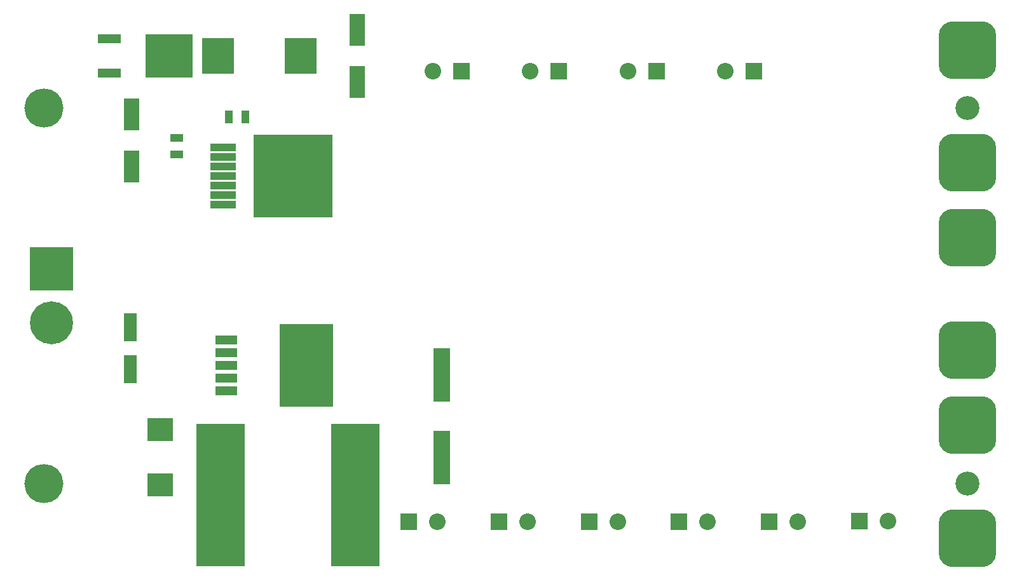
<source format=gts>
G04*
G04 #@! TF.GenerationSoftware,Altium Limited,Altium Designer,21.8.1 (53)*
G04*
G04 Layer_Color=8388736*
%FSLAX44Y44*%
%MOMM*%
G71*
G04*
G04 #@! TF.SameCoordinates,729BE4B4-5849-4A10-A7F1-CC33B50161C2*
G04*
G04*
G04 #@! TF.FilePolarity,Negative*
G04*
G01*
G75*
%ADD31R,2.1032X4.3532*%
%ADD32R,6.5532X19.0032*%
%ADD33R,4.2032X4.7032*%
%ADD34R,10.6132X11.0032*%
%ADD35R,3.3632X1.1132*%
%ADD36R,2.2032X7.2032*%
%ADD37R,6.2932X5.8332*%
%ADD38R,3.1432X1.3032*%
%ADD39R,2.8632X1.2732*%
%ADD40R,7.2032X11.0032*%
G04:AMPARAMS|DCode=41|XSize=7.7032mm|YSize=7.7032mm|CornerRadius=1.9766mm|HoleSize=0mm|Usage=FLASHONLY|Rotation=270.000|XOffset=0mm|YOffset=0mm|HoleType=Round|Shape=RoundedRectangle|*
%AMROUNDEDRECTD41*
21,1,7.7032,3.7500,0,0,270.0*
21,1,3.7500,7.7032,0,0,270.0*
1,1,3.9532,-1.8750,-1.8750*
1,1,3.9532,-1.8750,1.8750*
1,1,3.9532,1.8750,1.8750*
1,1,3.9532,1.8750,-1.8750*
%
%ADD41ROUNDEDRECTD41*%
%ADD42R,1.8032X3.7032*%
%ADD43R,3.5032X3.0532*%
%ADD44R,1.1032X1.7032*%
%ADD45R,1.7032X1.1032*%
%ADD46C,2.2032*%
%ADD47R,2.2032X2.2032*%
%ADD48R,5.7192X5.7192*%
%ADD49C,5.7192*%
%ADD50C,5.2032*%
%ADD51C,3.2032*%
%ADD52C,1.2032*%
D31*
X177000Y641500D02*
D03*
Y572000D02*
D03*
X477000Y754250D02*
D03*
Y684750D02*
D03*
D32*
X295000Y135000D02*
D03*
X475000D02*
D03*
D33*
X292000Y719500D02*
D03*
X402000D02*
D03*
D34*
X391750Y559500D02*
D03*
D35*
X299000Y521400D02*
D03*
Y534100D02*
D03*
Y546800D02*
D03*
Y559500D02*
D03*
Y572200D02*
D03*
Y584900D02*
D03*
Y597600D02*
D03*
D36*
X590000Y295000D02*
D03*
Y185000D02*
D03*
D37*
X227000Y719500D02*
D03*
D38*
X147000Y742220D02*
D03*
Y696500D02*
D03*
D39*
X303000Y341500D02*
D03*
Y273500D02*
D03*
Y324500D02*
D03*
Y290500D02*
D03*
Y307500D02*
D03*
D40*
X410000D02*
D03*
D41*
X1290000Y727500D02*
D03*
Y577500D02*
D03*
Y477500D02*
D03*
Y327500D02*
D03*
Y227500D02*
D03*
Y77500D02*
D03*
D42*
X175000Y302000D02*
D03*
Y358000D02*
D03*
D43*
X215000Y222000D02*
D03*
Y148000D02*
D03*
D44*
X306000Y638000D02*
D03*
X328000D02*
D03*
D45*
X237000Y610500D02*
D03*
Y588500D02*
D03*
D46*
X577950Y699500D02*
D03*
X707950D02*
D03*
X837950D02*
D03*
X967950D02*
D03*
X584050Y99000D02*
D03*
X704050D02*
D03*
X824050D02*
D03*
X944050D02*
D03*
X1064050D02*
D03*
X1184050Y100000D02*
D03*
D47*
X616050Y699500D02*
D03*
X746050D02*
D03*
X876050D02*
D03*
X1006050D02*
D03*
X545950Y99000D02*
D03*
X665950D02*
D03*
X785950D02*
D03*
X905950D02*
D03*
X1025950D02*
D03*
X1145950Y100000D02*
D03*
D48*
X70000Y436000D02*
D03*
D49*
Y364000D02*
D03*
D50*
X60000Y650000D02*
D03*
Y150000D02*
D03*
D51*
X1290000Y650000D02*
D03*
Y150000D02*
D03*
D52*
X1265000Y752500D02*
D03*
Y727500D02*
D03*
Y702500D02*
D03*
X1290000D02*
D03*
Y752500D02*
D03*
X1315000Y702500D02*
D03*
Y727500D02*
D03*
Y752500D02*
D03*
X1290000Y727500D02*
D03*
Y577500D02*
D03*
X1315000D02*
D03*
Y552500D02*
D03*
X1290000D02*
D03*
X1315000Y602500D02*
D03*
X1290000D02*
D03*
X1265000Y577500D02*
D03*
Y602500D02*
D03*
Y552500D02*
D03*
Y502500D02*
D03*
Y477500D02*
D03*
Y452500D02*
D03*
X1290000D02*
D03*
Y502500D02*
D03*
X1315000Y452500D02*
D03*
Y477500D02*
D03*
Y502500D02*
D03*
X1290000Y477500D02*
D03*
Y327500D02*
D03*
X1315000D02*
D03*
Y302500D02*
D03*
X1290000D02*
D03*
X1315000Y352500D02*
D03*
X1290000D02*
D03*
X1265000Y327500D02*
D03*
Y352500D02*
D03*
Y302500D02*
D03*
Y252500D02*
D03*
Y227500D02*
D03*
Y202500D02*
D03*
X1290000D02*
D03*
Y252500D02*
D03*
X1315000Y202500D02*
D03*
Y227500D02*
D03*
Y252500D02*
D03*
X1290000Y227500D02*
D03*
Y77500D02*
D03*
X1315000D02*
D03*
Y52500D02*
D03*
X1290000D02*
D03*
X1315000Y102500D02*
D03*
X1290000D02*
D03*
X1265000Y77500D02*
D03*
Y102500D02*
D03*
Y52500D02*
D03*
M02*

</source>
